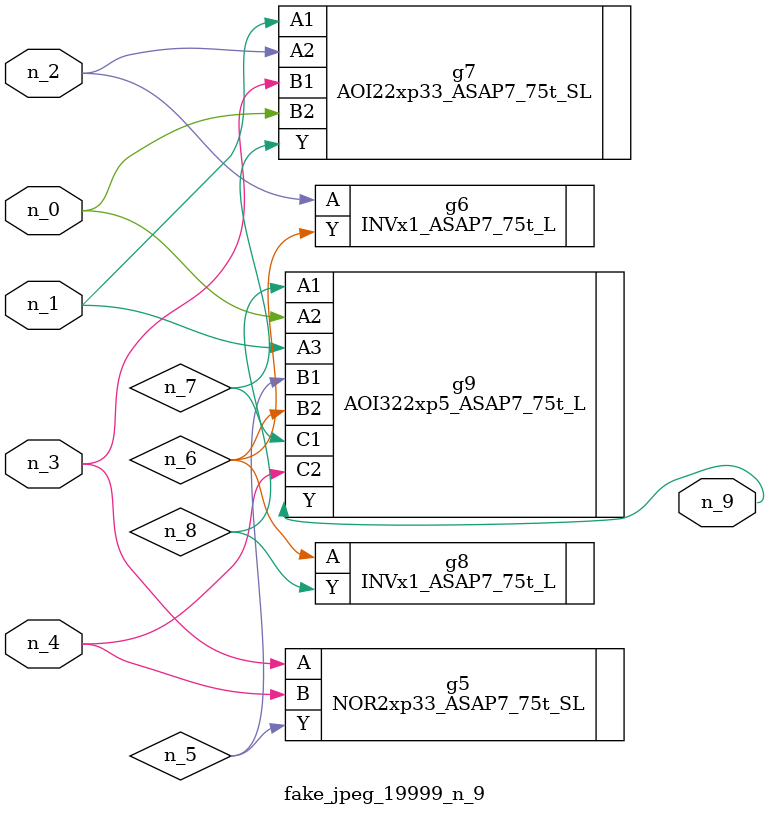
<source format=v>
module fake_jpeg_19999_n_9 (n_3, n_2, n_1, n_0, n_4, n_9);

input n_3;
input n_2;
input n_1;
input n_0;
input n_4;

output n_9;

wire n_8;
wire n_6;
wire n_5;
wire n_7;

NOR2xp33_ASAP7_75t_SL g5 ( 
.A(n_3),
.B(n_4),
.Y(n_5)
);

INVx1_ASAP7_75t_L g6 ( 
.A(n_2),
.Y(n_6)
);

AOI22xp33_ASAP7_75t_SL g7 ( 
.A1(n_1),
.A2(n_2),
.B1(n_3),
.B2(n_0),
.Y(n_7)
);

INVx1_ASAP7_75t_L g8 ( 
.A(n_6),
.Y(n_8)
);

AOI322xp5_ASAP7_75t_L g9 ( 
.A1(n_8),
.A2(n_0),
.A3(n_1),
.B1(n_5),
.B2(n_6),
.C1(n_7),
.C2(n_4),
.Y(n_9)
);


endmodule
</source>
